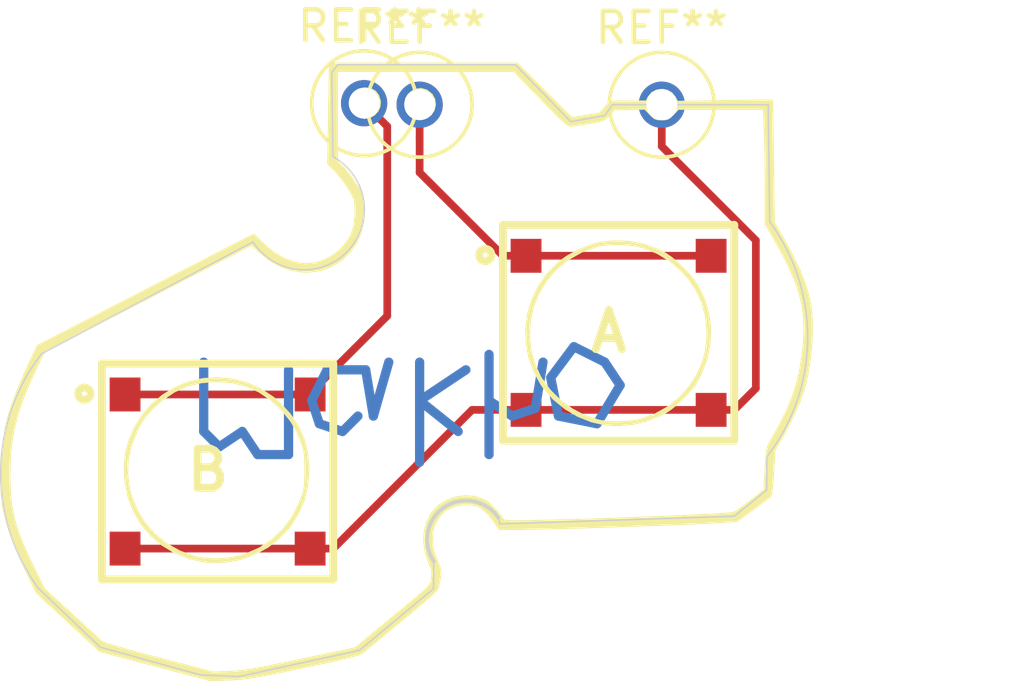
<source format=kicad_pcb>
(kicad_pcb (version 20171130) (host pcbnew "(5.1.5)-2")

  (general
    (thickness 1.6)
    (drawings 23)
    (tracks 22)
    (zones 0)
    (modules 7)
    (nets 1)
  )

  (page A4)
  (layers
    (0 F.Cu signal)
    (31 B.Cu signal)
    (32 B.Adhes user)
    (33 F.Adhes user)
    (34 B.Paste user)
    (35 F.Paste user)
    (36 B.SilkS user)
    (37 F.SilkS user)
    (38 B.Mask user)
    (39 F.Mask user)
    (40 Dwgs.User user)
    (41 Cmts.User user)
    (42 Eco1.User user)
    (43 Eco2.User user)
    (44 Edge.Cuts user)
    (45 Margin user)
    (46 B.CrtYd user)
    (47 F.CrtYd user)
    (48 B.Fab user)
    (49 F.Fab user)
  )

  (setup
    (last_trace_width 0.25)
    (trace_clearance 0.2)
    (zone_clearance 0.508)
    (zone_45_only no)
    (trace_min 0.2)
    (via_size 0.8)
    (via_drill 0.4)
    (via_min_size 0.4)
    (via_min_drill 0.3)
    (uvia_size 0.3)
    (uvia_drill 0.1)
    (uvias_allowed no)
    (uvia_min_size 0.2)
    (uvia_min_drill 0.1)
    (edge_width 0.05)
    (segment_width 0.2)
    (pcb_text_width 0.3)
    (pcb_text_size 1.5 1.5)
    (mod_edge_width 0.12)
    (mod_text_size 1 1)
    (mod_text_width 0.15)
    (pad_size 1.4 1.4)
    (pad_drill 0)
    (pad_to_mask_clearance 0.051)
    (solder_mask_min_width 0.25)
    (aux_axis_origin 0 0)
    (visible_elements 7FFFFFFF)
    (pcbplotparams
      (layerselection 0x010f0_ffffffff)
      (usegerberextensions true)
      (usegerberattributes false)
      (usegerberadvancedattributes false)
      (creategerberjobfile false)
      (excludeedgelayer true)
      (linewidth 0.150000)
      (plotframeref false)
      (viasonmask false)
      (mode 1)
      (useauxorigin false)
      (hpglpennumber 1)
      (hpglpenspeed 20)
      (hpglpendiameter 15.000000)
      (psnegative false)
      (psa4output false)
      (plotreference true)
      (plotvalue true)
      (plotinvisibletext false)
      (padsonsilk false)
      (subtractmaskfromsilk false)
      (outputformat 1)
      (mirror false)
      (drillshape 0)
      (scaleselection 1)
      (outputdirectory "gerbers/"))
  )

  (net 0 "")

  (net_class Default "This is the default net class."
    (clearance 0.2)
    (trace_width 0.25)
    (via_dia 0.8)
    (via_drill 0.4)
    (uvia_dia 0.3)
    (uvia_drill 0.1)
  )

  (module misc_footprints:makho (layer B.Cu) (tedit 5CEA0DD7) (tstamp 5E290EAD)
    (at 182.9 90.75)
    (fp_text reference REF** (at -3 -4) (layer B.SilkS) hide
      (effects (font (size 1 1) (thickness 0.15)) (justify mirror))
    )
    (fp_text value makho (at 0 3.25) (layer B.Fab)
      (effects (font (size 1 1) (thickness 0.15)) (justify mirror))
    )
    (fp_line (start 7 -0.5) (end 6.25 0.75) (layer B.Cu) (width 0.3))
    (fp_line (start 6.5 -1.25) (end 7 -0.5) (layer B.Cu) (width 0.3))
    (fp_line (start 5.5 -1.75) (end 6.5 -1.25) (layer B.Cu) (width 0.3))
    (fp_line (start 4.75 -0.75) (end 5.5 -1.75) (layer B.Cu) (width 0.3))
    (fp_line (start 5 0.5) (end 4.75 -0.75) (layer B.Cu) (width 0.3))
    (fp_line (start 6.25 0.75) (end 5 0.5) (layer B.Cu) (width 0.3))
    (fp_line (start 4.25 0.25) (end 4.5 -1.25) (layer B.Cu) (width 0.3))
    (fp_line (start 3.5 0.5) (end 4.25 0.25) (layer B.Cu) (width 0.3))
    (fp_line (start 2.75 0) (end 3.5 0.5) (layer B.Cu) (width 0.3))
    (fp_line (start 2.75 1.75) (end 2.75 -1.5) (layer B.Cu) (width 0.3))
    (fp_line (start 0.5 0) (end 2 -1) (layer B.Cu) (width 0.3))
    (fp_line (start 1.75 1) (end 0.5 0) (layer B.Cu) (width 0.3))
    (fp_line (start 0.5 2) (end 0.5 -1.25) (layer B.Cu) (width 0.3))
    (fp_line (start -1 0.5) (end -0.5 -1.25) (layer B.Cu) (width 0.3))
    (fp_line (start -1.25 -1) (end -1 0.5) (layer B.Cu) (width 0.3))
    (fp_line (start -2.5 -1) (end -1.25 -1) (layer B.Cu) (width 0.3))
    (fp_line (start -3 0) (end -2.5 -1) (layer B.Cu) (width 0.3))
    (fp_line (start -2.75 0.75) (end -3 0) (layer B.Cu) (width 0.3))
    (fp_line (start -2 1) (end -2.75 0.75) (layer B.Cu) (width 0.3))
    (fp_line (start -1.5 0.5) (end -2 1) (layer B.Cu) (width 0.3))
    (fp_line (start -3.75 1.75) (end -3.75 -1) (layer B.Cu) (width 0.3))
    (fp_line (start -4.75 1.75) (end -3.75 1.75) (layer B.Cu) (width 0.3))
    (fp_line (start -5.25 1) (end -4.75 1.75) (layer B.Cu) (width 0.3))
    (fp_line (start -6 1.5) (end -5.25 1) (layer B.Cu) (width 0.3))
    (fp_line (start -6.5 1) (end -6 1.5) (layer B.Cu) (width 0.3))
    (fp_line (start -6.5 -1.25) (end -6.5 1) (layer B.Cu) (width 0.3))
    (fp_line (start -7.5 -2.5) (end 7.5 -2.5) (layer Dwgs.User) (width 0.15))
    (fp_line (start 7.5 -2.5) (end 7.5 2.5) (layer Dwgs.User) (width 0.15))
    (fp_line (start -7.5 2.5) (end 7.5 2.5) (layer Dwgs.User) (width 0.15))
    (fp_line (start -7.5 2.5) (end -7.5 -2.5) (layer Dwgs.User) (width 0.15))
  )

  (module TestPoint:TestPoint_Plated_Hole_D2.0mm (layer F.Cu) (tedit 5E2903BC) (tstamp 5E295A36)
    (at 183.4 81.15)
    (descr "Plated Hole as test Point, diameter 2.0mm")
    (tags "test point plated hole")
    (attr virtual)
    (fp_text reference REF** (at 0 -2.498) (layer F.SilkS)
      (effects (font (size 1 1) (thickness 0.15)))
    )
    (fp_text value TestPoint_Plated_Hole_D2.0mm (at 0 2.45) (layer F.Fab)
      (effects (font (size 1 1) (thickness 0.15)))
    )
    (fp_text user %R (at 0 -2.5) (layer F.Fab)
      (effects (font (size 1 1) (thickness 0.15)))
    )
    (fp_circle (center 0 0) (end 1.8 0) (layer F.CrtYd) (width 0.05))
    (fp_circle (center 0 0) (end 0 -1.7) (layer F.SilkS) (width 0.12))
    (pad 1 thru_hole circle (at 0 0) (size 1.5 1.5) (drill 1) (layers *.Cu *.Mask))
  )

  (module TestPoint:TestPoint_Plated_Hole_D2.0mm (layer F.Cu) (tedit 5E2903BC) (tstamp 5E295A36)
    (at 181.6 81.1)
    (descr "Plated Hole as test Point, diameter 2.0mm")
    (tags "test point plated hole")
    (attr virtual)
    (fp_text reference REF** (at 0 -2.498) (layer F.SilkS)
      (effects (font (size 1 1) (thickness 0.15)))
    )
    (fp_text value TestPoint_Plated_Hole_D2.0mm (at 0 2.45) (layer F.Fab)
      (effects (font (size 1 1) (thickness 0.15)))
    )
    (fp_text user %R (at 0 -2.5) (layer F.Fab)
      (effects (font (size 1 1) (thickness 0.15)))
    )
    (fp_circle (center 0 0) (end 1.8 0) (layer F.CrtYd) (width 0.05))
    (fp_circle (center 0 0) (end 0 -1.7) (layer F.SilkS) (width 0.12))
    (pad 1 thru_hole circle (at 0 0) (size 1.5 1.5) (drill 1) (layers *.Cu *.Mask))
  )

  (module TestPoint:TestPoint_Plated_Hole_D2.0mm (layer F.Cu) (tedit 5E2903BC) (tstamp 5E295A36)
    (at 191.25 81.15)
    (descr "Plated Hole as test Point, diameter 2.0mm")
    (tags "test point plated hole")
    (attr virtual)
    (fp_text reference REF** (at 0 -2.498) (layer F.SilkS)
      (effects (font (size 1 1) (thickness 0.15)))
    )
    (fp_text value TestPoint_Plated_Hole_D2.0mm (at 0 2.45) (layer F.Fab)
      (effects (font (size 1 1) (thickness 0.15)))
    )
    (fp_text user %R (at 0 -2.5) (layer F.Fab)
      (effects (font (size 1 1) (thickness 0.15)))
    )
    (fp_circle (center 0 0) (end 1.8 0) (layer F.CrtYd) (width 0.05))
    (fp_circle (center 0 0) (end 0 -1.7) (layer F.SilkS) (width 0.12))
    (pad 1 thru_hole circle (at 0 0) (size 1.5 1.5) (drill 1) (layers *.Cu *.Mask))
  )

  (module misc_footprints:GBA_SP_Buttons (layer F.Cu) (tedit 5E290997) (tstamp 5E295FC3)
    (at 189.85 88.55)
    (descr SKRR)
    (tags Switch)
    (attr smd)
    (fp_text reference A (at -0.315 -0.046) (layer F.SilkS)
      (effects (font (size 1.27 1.27) (thickness 0.254)))
    )
    (fp_text value GBA_SP_Buttons (at -0.315 -0.046) (layer F.SilkS) hide
      (effects (font (size 1.27 1.27) (thickness 0.254)))
    )
    (fp_circle (center -4.321 -2.524) (end -4.321 -2.45095) (layer F.SilkS) (width 0.254))
    (fp_line (start 3.75 -3.5) (end -3.75 -3.5) (layer F.SilkS) (width 0.254))
    (fp_line (start 3.75 3.5) (end 3.75 -3.5) (layer F.SilkS) (width 0.254))
    (fp_line (start -3.75 3.5) (end 3.75 3.5) (layer F.SilkS) (width 0.254))
    (fp_line (start -3.75 -3.5) (end -3.75 3.5) (layer F.SilkS) (width 0.254))
    (fp_line (start -3.75 3.5) (end -3.75 -3.5) (layer F.Fab) (width 0.254))
    (fp_line (start 3.75 3.5) (end -3.75 3.5) (layer F.Fab) (width 0.254))
    (fp_line (start 3.75 -3.5) (end 3.75 3.5) (layer F.Fab) (width 0.254))
    (fp_line (start -3.75 -3.5) (end 3.75 -3.5) (layer F.Fab) (width 0.254))
    (fp_text user %R (at -0.315 -0.046) (layer F.Fab)
      (effects (font (size 1.27 1.27) (thickness 0.254)))
    )
    (fp_text user SKRRAAE010 (at -0.075 4.4) (layer Dwgs.User)
      (effects (font (size 1 1) (thickness 0.15)))
    )
    (pad 4 smd rect (at 3 2.5) (size 1 1.1) (layers F.Cu F.Paste F.Mask))
    (pad 3 smd rect (at 3 -2.5) (size 1 1.1) (layers F.Cu F.Paste F.Mask))
    (pad 2 smd rect (at -3 2.5) (size 1 1.1) (layers F.Cu F.Paste F.Mask))
    (pad 1 smd rect (at -3 -2.5) (size 1 1.1) (layers F.Cu F.Paste F.Mask))
    (model "C:\\Users\\kylef\\OneDrive\\KiCAD\\Library Loader\\SamacSys_Parts.3dshapes\\SKRRAAE010.stp"
      (at (xyz 0 0 0))
      (scale (xyz 1 1 1))
      (rotate (xyz 0 0 0))
    )
  )

  (module misc_footprints:GBA_SP_Buttons (layer F.Cu) (tedit 5E290997) (tstamp 5E295FC3)
    (at 176.85 93.05)
    (descr SKRR)
    (tags Switch)
    (attr smd)
    (fp_text reference B (at -0.315 -0.046) (layer F.SilkS)
      (effects (font (size 1.27 1.27) (thickness 0.254)))
    )
    (fp_text value GBA_SP_Buttons (at -0.315 -0.046) (layer F.SilkS) hide
      (effects (font (size 1.27 1.27) (thickness 0.254)))
    )
    (fp_circle (center -4.321 -2.524) (end -4.321 -2.45095) (layer F.SilkS) (width 0.254))
    (fp_line (start 3.75 -3.5) (end -3.75 -3.5) (layer F.SilkS) (width 0.254))
    (fp_line (start 3.75 3.5) (end 3.75 -3.5) (layer F.SilkS) (width 0.254))
    (fp_line (start -3.75 3.5) (end 3.75 3.5) (layer F.SilkS) (width 0.254))
    (fp_line (start -3.75 -3.5) (end -3.75 3.5) (layer F.SilkS) (width 0.254))
    (fp_line (start -3.75 3.5) (end -3.75 -3.5) (layer F.Fab) (width 0.254))
    (fp_line (start 3.75 3.5) (end -3.75 3.5) (layer F.Fab) (width 0.254))
    (fp_line (start 3.75 -3.5) (end 3.75 3.5) (layer F.Fab) (width 0.254))
    (fp_line (start -3.75 -3.5) (end 3.75 -3.5) (layer F.Fab) (width 0.254))
    (fp_text user %R (at -0.315 -0.046) (layer F.Fab)
      (effects (font (size 1.27 1.27) (thickness 0.254)))
    )
    (fp_text user SKRRAAE010 (at -0.075 4.4) (layer Dwgs.User)
      (effects (font (size 1 1) (thickness 0.15)))
    )
    (pad 4 smd rect (at 3 2.5) (size 1 1.1) (layers F.Cu F.Paste F.Mask))
    (pad 3 smd rect (at 3 -2.5) (size 1 1.1) (layers F.Cu F.Paste F.Mask))
    (pad 2 smd rect (at -3 2.5) (size 1 1.1) (layers F.Cu F.Paste F.Mask))
    (pad 1 smd rect (at -3 -2.5) (size 1 1.1) (layers F.Cu F.Paste F.Mask))
    (model "C:\\Users\\kylef\\OneDrive\\KiCAD\\Library Loader\\SamacSys_Parts.3dshapes\\SKRRAAE010.stp"
      (at (xyz 0 0 0))
      (scale (xyz 1 1 1))
      (rotate (xyz 0 0 0))
    )
  )

  (module misc_footprints:AGB_TACT_AB (layer F.Cu) (tedit 5E2901F1) (tstamp 5E295897)
    (at 182.95 89.65)
    (fp_text reference Ref** (at -8.975 -5.4) (layer F.SilkS) hide
      (effects (font (size 1.27 1.27) (thickness 0.15)))
    )
    (fp_text value Val** (at 7.525 -10.75) (layer F.SilkS) hide
      (effects (font (size 1.27 1.27) (thickness 0.15)))
    )
    (fp_poly (pts (xy 4.508139 -8.980295) (xy 5.3975 -8.096924) (xy 5.83916 -8.169145) (xy 6.280821 -8.241365)
      (xy 6.625167 -8.636689) (xy 7.206163 -8.636344) (xy 7.787159 -8.636) (xy 7.807809 -8.675933)
      (xy 8.001 -8.675933) (xy 8.039746 -8.656252) (xy 8.141714 -8.64199) (xy 8.285497 -8.636032)
      (xy 8.297333 -8.636) (xy 8.443382 -8.641221) (xy 8.549217 -8.654962) (xy 8.593431 -8.674338)
      (xy 8.593667 -8.675933) (xy 8.557455 -8.736864) (xy 8.46963 -8.797264) (xy 8.361403 -8.839045)
      (xy 8.297333 -8.847666) (xy 8.192194 -8.826681) (xy 8.087971 -8.775784) (xy 8.015876 -8.713063)
      (xy 8.001 -8.675933) (xy 7.807809 -8.675933) (xy 7.852463 -8.762283) (xy 7.967898 -8.903452)
      (xy 8.124572 -8.987101) (xy 8.301738 -9.013384) (xy 8.47865 -8.982453) (xy 8.63456 -8.894463)
      (xy 8.74562 -8.755676) (xy 8.814341 -8.622786) (xy 10.355004 -8.647775) (xy 10.706927 -8.653275)
      (xy 11.030863 -8.657935) (xy 11.317379 -8.661652) (xy 11.557043 -8.664319) (xy 11.740421 -8.665833)
      (xy 11.858081 -8.666088) (xy 11.90059 -8.664979) (xy 11.900601 -8.664965) (xy 11.90219 -8.622405)
      (xy 11.904817 -8.503495) (xy 11.908342 -8.316545) (xy 11.912625 -8.069864) (xy 11.917525 -7.771761)
      (xy 11.922903 -7.430545) (xy 11.928619 -7.054526) (xy 11.934307 -6.6675) (xy 11.963078 -4.677833)
      (xy 12.187674 -4.298006) (xy 12.520391 -3.70133) (xy 12.784692 -3.15205) (xy 12.981228 -2.648596)
      (xy 13.110653 -2.189398) (xy 13.149298 -1.983152) (xy 13.189254 -1.573837) (xy 13.195349 -1.11249)
      (xy 13.169801 -0.623676) (xy 13.114828 -0.131957) (xy 13.032649 0.338105) (xy 12.925483 0.761944)
      (xy 12.891869 0.867301) (xy 12.782659 1.15709) (xy 12.637321 1.49101) (xy 12.46784 1.843524)
      (xy 12.2862 2.189095) (xy 12.198987 2.343668) (xy 11.981856 2.718837) (xy 11.938358 3.443226)
      (xy 11.916887 3.750211) (xy 11.893928 3.983237) (xy 11.869908 4.138867) (xy 11.845253 4.213667)
      (xy 11.842347 4.216977) (xy 11.791026 4.258372) (xy 11.684612 4.339542) (xy 11.536472 4.450443)
      (xy 11.35997 4.581031) (xy 11.268137 4.648462) (xy 10.74644 5.030585) (xy 10.400303 5.055273)
      (xy 10.16243 5.070267) (xy 9.85027 5.086875) (xy 9.47418 5.104744) (xy 9.044517 5.12352)
      (xy 8.571638 5.142852) (xy 8.0659 5.162388) (xy 7.53766 5.181773) (xy 6.997275 5.200656)
      (xy 6.455102 5.218685) (xy 5.921498 5.235506) (xy 5.40682 5.250768) (xy 4.921425 5.264117)
      (xy 4.47567 5.275201) (xy 4.079911 5.283667) (xy 3.744507 5.289163) (xy 3.479813 5.291337)
      (xy 3.465163 5.291355) (xy 3.014493 5.291667) (xy 2.88532 5.090584) (xy 2.745121 4.899559)
      (xy 2.588134 4.729422) (xy 2.433644 4.599052) (xy 2.314994 4.532187) (xy 2.14775 4.496664)
      (xy 1.938275 4.490183) (xy 1.72351 4.511788) (xy 1.563979 4.551664) (xy 1.312884 4.674824)
      (xy 1.122026 4.850894) (xy 0.994931 5.054843) (xy 0.931938 5.201652) (xy 0.897792 5.340309)
      (xy 0.885038 5.508102) (xy 0.884315 5.608065) (xy 0.891074 5.791063) (xy 0.914559 5.943483)
      (xy 0.962872 6.101572) (xy 1.034193 6.278454) (xy 1.106624 6.455635) (xy 1.146815 6.580629)
      (xy 1.159914 6.67721) (xy 1.151071 6.769153) (xy 1.145971 6.7945) (xy 1.113961 6.951516)
      (xy 1.084779 7.107077) (xy 1.082597 7.119553) (xy 1.071092 7.164046) (xy 1.04792 7.211536)
      (xy 1.006734 7.267973) (xy 0.941188 7.339304) (xy 0.844933 7.431478) (xy 0.711622 7.550443)
      (xy 0.534909 7.702148) (xy 0.308446 7.892541) (xy 0.025886 8.12757) (xy -0.13705 8.262553)
      (xy -0.413351 8.491189) (xy -0.67204 8.705097) (xy -0.905143 8.897692) (xy -1.104682 9.062394)
      (xy -1.262685 9.192619) (xy -1.371175 9.281784) (xy -1.421504 9.322771) (xy -1.489796 9.351834)
      (xy -1.639139 9.395709) (xy -1.86732 9.453866) (xy -2.172125 9.525776) (xy -2.55134 9.61091)
      (xy -3.00275 9.70874) (xy -3.307221 9.773289) (xy -3.749418 9.866038) (xy -4.118976 9.942555)
      (xy -4.426002 10.00452) (xy -4.680608 10.053616) (xy -4.892902 10.091521) (xy -5.072995 10.119919)
      (xy -5.230996 10.140489) (xy -5.377014 10.154913) (xy -5.521161 10.164871) (xy -5.673544 10.172045)
      (xy -5.715 10.173633) (xy -6.328833 10.196396) (xy -9.931659 9.249834) (xy -11.981701 7.35437)
      (xy -12.251587 6.799268) (xy -12.497601 6.275727) (xy -12.697425 5.810392) (xy -12.854765 5.393067)
      (xy -12.973327 5.013556) (xy -13.056816 4.661663) (xy -13.084108 4.5085) (xy -13.122907 4.151299)
      (xy -13.138004 3.736281) (xy -13.134637 3.526417) (xy -12.821165 3.526417) (xy -12.815741 3.806068)
      (xy -12.797357 4.159295) (xy -12.76242 4.484712) (xy -12.706714 4.796664) (xy -12.626025 5.109498)
      (xy -12.516137 5.43756) (xy -12.372835 5.795195) (xy -12.191904 6.196749) (xy -11.991474 6.611473)
      (xy -11.705167 7.190446) (xy -10.812939 8.008473) (xy -10.57883 8.222987) (xy -10.361476 8.421909)
      (xy -10.169743 8.597145) (xy -10.012496 8.7406) (xy -9.898601 8.844179) (xy -9.836924 8.899787)
      (xy -9.832816 8.903409) (xy -9.768176 8.934253) (xy -9.62562 8.98356) (xy -9.409564 9.050049)
      (xy -9.124425 9.132437) (xy -8.774617 9.229442) (xy -8.364558 9.339782) (xy -7.994545 9.437198)
      (xy -6.244167 9.894077) (xy -5.715 9.873433) (xy -5.571571 9.866159) (xy -5.427529 9.854637)
      (xy -5.273019 9.837181) (xy -5.098185 9.812106) (xy -4.893173 9.777727) (xy -4.648127 9.73236)
      (xy -4.353191 9.674319) (xy -3.998511 9.601919) (xy -3.574232 9.513474) (xy -3.41912 9.48087)
      (xy -1.652406 9.10895) (xy -0.840822 8.438559) (xy -0.473895 8.135655) (xy -0.166578 7.881928)
      (xy 0.086503 7.672279) (xy 0.29072 7.501608) (xy 0.451447 7.364818) (xy 0.574055 7.256809)
      (xy 0.663918 7.172482) (xy 0.726408 7.10674) (xy 0.766899 7.054482) (xy 0.790762 7.010611)
      (xy 0.803372 6.970028) (xy 0.8101 6.927635) (xy 0.81632 6.878331) (xy 0.818495 6.86389)
      (xy 0.834379 6.724086) (xy 0.825036 6.610925) (xy 0.784305 6.485379) (xy 0.743949 6.391684)
      (xy 0.622134 6.038774) (xy 0.569869 5.688788) (xy 0.584487 5.352107) (xy 0.66332 5.039112)
      (xy 0.803699 4.760185) (xy 1.002956 4.525706) (xy 1.258424 4.346058) (xy 1.271411 4.339322)
      (xy 1.591174 4.217461) (xy 1.918956 4.169713) (xy 2.23977 4.196187) (xy 2.538627 4.29699)
      (xy 2.600993 4.329745) (xy 2.717928 4.416228) (xy 2.858052 4.549112) (xy 2.998386 4.703827)
      (xy 3.115952 4.855803) (xy 3.16389 4.931644) (xy 3.178483 4.948257) (xy 3.206764 4.961581)
      (xy 3.256184 4.971704) (xy 3.334198 4.978717) (xy 3.448257 4.982709) (xy 3.605816 4.98377)
      (xy 3.814327 4.981988) (xy 4.081243 4.977454) (xy 4.414016 4.970256) (xy 4.820101 4.960485)
      (xy 5.062186 4.95443) (xy 5.507787 4.94243) (xy 5.975404 4.928434) (xy 6.457517 4.912768)
      (xy 6.946603 4.89576) (xy 7.435144 4.877736) (xy 7.915616 4.859023) (xy 8.3805 4.839948)
      (xy 8.822275 4.820838) (xy 9.233419 4.802021) (xy 9.606411 4.783822) (xy 9.933732 4.766569)
      (xy 10.207859 4.750588) (xy 10.421273 4.736207) (xy 10.566451 4.723753) (xy 10.635873 4.713552)
      (xy 10.639733 4.711987) (xy 10.745451 4.642334) (xy 10.884251 4.543392) (xy 11.041644 4.426423)
      (xy 11.203143 4.30269) (xy 11.354259 4.183456) (xy 11.480504 4.079983) (xy 11.567389 4.003534)
      (xy 11.600427 3.965372) (xy 11.600438 3.965164) (xy 11.603315 3.907509) (xy 11.610513 3.781322)
      (xy 11.621092 3.602576) (xy 11.634113 3.387242) (xy 11.641327 3.269525) (xy 11.657031 3.022442)
      (xy 11.671536 2.841871) (xy 11.688814 2.709814) (xy 11.712837 2.608274) (xy 11.747576 2.519255)
      (xy 11.797001 2.424758) (xy 11.846838 2.338192) (xy 12.124476 1.838472) (xy 12.348954 1.380547)
      (xy 12.526516 0.945886) (xy 12.66341 0.51596) (xy 12.765881 0.072236) (xy 12.840177 -0.403815)
      (xy 12.87328 -0.70688) (xy 12.899246 -1.133344) (xy 12.890831 -1.53545) (xy 12.844645 -1.925584)
      (xy 12.757299 -2.316133) (xy 12.625404 -2.719485) (xy 12.445571 -3.148025) (xy 12.21441 -3.614143)
      (xy 11.944003 -4.10335) (xy 11.641666 -4.629533) (xy 11.641525 -5.81785) (xy 11.640412 -6.171278)
      (xy 11.637355 -6.537092) (xy 11.632662 -6.894901) (xy 11.626636 -7.224312) (xy 11.619584 -7.504934)
      (xy 11.613731 -7.672916) (xy 11.586078 -8.339666) (xy 8.844275 -8.339666) (xy 8.683192 -8.170333)
      (xy 8.581116 -8.07105) (xy 8.495847 -8.020661) (xy 8.390196 -8.002845) (xy 8.297333 -8.001)
      (xy 8.161544 -8.006535) (xy 8.068551 -8.033852) (xy 7.982193 -8.099012) (xy 7.908049 -8.173934)
      (xy 7.772367 -8.316565) (xy 8.023218 -8.316565) (xy 8.037913 -8.285451) (xy 8.0645 -8.255)
      (xy 8.184329 -8.184493) (xy 8.297333 -8.170333) (xy 8.454899 -8.200697) (xy 8.530167 -8.255)
      (xy 8.56611 -8.298447) (xy 8.566833 -8.323709) (xy 8.518779 -8.335717) (xy 8.408391 -8.339401)
      (xy 8.297333 -8.339666) (xy 8.139371 -8.338743) (xy 8.052519 -8.332686) (xy 8.023218 -8.316565)
      (xy 7.772367 -8.316565) (xy 7.743541 -8.346867) (xy 7.255299 -8.332684) (xy 6.767057 -8.3185)
      (xy 6.600156 -8.139466) (xy 6.526687 -8.063367) (xy 6.46114 -8.009623) (xy 6.384825 -7.970833)
      (xy 6.279049 -7.939598) (xy 6.125121 -7.908518) (xy 5.931841 -7.874883) (xy 5.725384 -7.841148)
      (xy 5.540667 -7.813683) (xy 5.398688 -7.795438) (xy 5.323248 -7.789333) (xy 5.278463 -7.802069)
      (xy 5.212411 -7.843979) (xy 5.119071 -7.920619) (xy 4.992419 -8.037542) (xy 4.826432 -8.200305)
      (xy 4.615088 -8.414461) (xy 4.359332 -8.678333) (xy 3.502595 -9.567333) (xy -2.201333 -9.567333)
      (xy -2.201333 -6.662174) (xy -2.070646 -6.537837) (xy -1.93131 -6.38891) (xy -1.780303 -6.201569)
      (xy -1.637341 -6.002689) (xy -1.522139 -5.819146) (xy -1.471788 -5.721482) (xy -1.381358 -5.4351)
      (xy -1.340348 -5.102582) (xy -1.351527 -4.748445) (xy -1.356793 -4.703401) (xy -1.445291 -4.319843)
      (xy -1.603673 -3.973968) (xy -1.823439 -3.672807) (xy -2.096085 -3.423394) (xy -2.41311 -3.232759)
      (xy -2.766012 -3.107934) (xy -3.146289 -3.055952) (xy -3.344333 -3.059495) (xy -3.725674 -3.118445)
      (xy -4.082747 -3.243982) (xy -4.427471 -3.441695) (xy -4.771768 -3.717172) (xy -4.797249 -3.740516)
      (xy -5.001331 -3.929041) (xy -8.353249 -2.20051) (xy -11.705167 -0.471978) (xy -11.927357 -0.013739)
      (xy -12.190383 0.554905) (xy -12.402008 1.075547) (xy -12.566006 1.564407) (xy -12.686148 2.037703)
      (xy -12.766207 2.511658) (xy -12.809955 3.002489) (xy -12.821165 3.526417) (xy -13.134637 3.526417)
      (xy -13.130787 3.286489) (xy -13.102643 2.82497) (xy -13.054962 2.37477) (xy -12.98913 1.958932)
      (xy -12.909582 1.611412) (xy -12.825766 1.343218) (xy -12.709021 1.019304) (xy -12.56678 0.658374)
      (xy -12.406481 0.279134) (xy -12.235558 -0.09971) (xy -12.195734 -0.18438) (xy -11.951941 -0.6985)
      (xy -4.923601 -4.318844) (xy -4.610217 -4.011505) (xy -4.275699 -3.728187) (xy -3.933265 -3.523674)
      (xy -3.587786 -3.398356) (xy -3.244136 -3.352624) (xy -2.907186 -3.386867) (xy -2.58181 -3.501475)
      (xy -2.272879 -3.69684) (xy -2.138028 -3.81356) (xy -1.928958 -4.042962) (xy -1.786171 -4.281538)
      (xy -1.699952 -4.551252) (xy -1.660587 -4.874065) (xy -1.659514 -4.895357) (xy -1.656187 -5.11861)
      (xy -1.667205 -5.305954) (xy -1.690773 -5.432075) (xy -1.770391 -5.608921) (xy -1.899484 -5.821432)
      (xy -2.064105 -6.049179) (xy -2.250309 -6.271735) (xy -2.302992 -6.328833) (xy -2.542776 -6.582833)
      (xy -2.513527 -8.22325) (xy -2.484278 -9.863666) (xy 0.56725 -9.863666) (xy 3.618778 -9.863667)
      (xy 4.508139 -8.980295)) (layer F.SilkS) (width 0.01))
    (fp_poly (pts (xy -5.604875 0.390731) (xy -5.137651 0.513926) (xy -4.695372 0.709935) (xy -4.288811 0.976354)
      (xy -4.095536 1.141503) (xy -3.747137 1.513821) (xy -3.479242 1.907433) (xy -3.288982 2.328879)
      (xy -3.173489 2.784698) (xy -3.129896 3.281427) (xy -3.12936 3.344334) (xy -3.16507 3.850415)
      (xy -3.274852 4.31928) (xy -3.461769 4.759819) (xy -3.728884 5.180924) (xy -3.789034 5.25957)
      (xy -4.097954 5.58696) (xy -4.46509 5.865304) (xy -4.876098 6.088929) (xy -5.316635 6.252163)
      (xy -5.772357 6.34933) (xy -6.228922 6.374759) (xy -6.538853 6.347219) (xy -7.041415 6.230459)
      (xy -7.502449 6.044068) (xy -7.916831 5.79365) (xy -8.279435 5.484809) (xy -8.585137 5.12315)
      (xy -8.828812 4.714278) (xy -9.005335 4.263796) (xy -9.109582 3.77731) (xy -9.133644 3.509551)
      (xy -9.133554 3.475716) (xy -9.006137 3.475716) (xy -8.943746 3.946457) (xy -8.87023 4.220895)
      (xy -8.68517 4.670165) (xy -8.430664 5.076027) (xy -8.113373 5.432172) (xy -7.739955 5.732294)
      (xy -7.317072 5.970084) (xy -6.851382 6.139234) (xy -6.842224 6.141726) (xy -6.495075 6.203521)
      (xy -6.108841 6.218072) (xy -5.713763 6.186738) (xy -5.340079 6.110882) (xy -5.202015 6.067906)
      (xy -4.745638 5.865905) (xy -4.341138 5.597805) (xy -3.991497 5.266629) (xy -3.699699 4.875399)
      (xy -3.468725 4.427137) (xy -3.395742 4.237413) (xy -3.347409 4.090298) (xy -3.314989 3.959449)
      (xy -3.295361 3.820972) (xy -3.285402 3.650974) (xy -3.281991 3.425559) (xy -3.281808 3.3655)
      (xy -3.283762 3.117411) (xy -3.292456 2.930325) (xy -3.310614 2.780673) (xy -3.340961 2.644886)
      (xy -3.379683 2.518834) (xy -3.535439 2.127644) (xy -3.729095 1.789105) (xy -3.977869 1.473766)
      (xy -4.01366 1.434555) (xy -4.378823 1.090636) (xy -4.765412 0.827229) (xy -5.179722 0.641541)
      (xy -5.628048 0.53078) (xy -6.116683 0.492154) (xy -6.138333 0.492068) (xy -6.625954 0.528647)
      (xy -7.077877 0.640751) (xy -7.498637 0.830275) (xy -7.892767 1.09911) (xy -8.153111 1.333378)
      (xy -8.329709 1.516916) (xy -8.461905 1.677803) (xy -8.57154 1.846113) (xy -8.680458 2.051919)
      (xy -8.691923 2.075253) (xy -8.880559 2.544126) (xy -8.985186 3.009609) (xy -9.006137 3.475716)
      (xy -9.133554 3.475716) (xy -9.132556 3.102) (xy -9.08287 2.731909) (xy -8.978349 2.369531)
      (xy -8.814979 1.989667) (xy -8.570443 1.58285) (xy -8.25874 1.219184) (xy -7.890033 0.907344)
      (xy -7.474482 0.655999) (xy -7.0485 0.48209) (xy -6.571072 0.372408) (xy -6.086273 0.342756)
      (xy -5.604875 0.390731)) (layer F.SilkS) (width 0.01))
    (fp_poly (pts (xy 7.275642 -4.07584) (xy 7.755505 -3.977202) (xy 8.20941 -3.807156) (xy 8.424025 -3.694666)
      (xy 8.652741 -3.53712) (xy 8.897595 -3.327519) (xy 9.135575 -3.088876) (xy 9.343665 -2.844208)
      (xy 9.494333 -2.624358) (xy 9.708723 -2.173829) (xy 9.843977 -1.701097) (xy 9.899834 -1.214738)
      (xy 9.876033 -0.723324) (xy 9.772315 -0.235428) (xy 9.588418 0.240375) (xy 9.58184 0.254)
      (xy 9.48519 0.443097) (xy 9.39217 0.596404) (xy 9.284966 0.737981) (xy 9.145761 0.891885)
      (xy 9.000695 1.038752) (xy 8.805094 1.225832) (xy 8.639667 1.365459) (xy 8.480666 1.475453)
      (xy 8.304343 1.573634) (xy 8.255 1.59831) (xy 7.801856 1.779068) (xy 7.327715 1.889891)
      (xy 6.85113 1.927582) (xy 6.483826 1.903378) (xy 6.018702 1.799189) (xy 5.570893 1.619509)
      (xy 5.153744 1.372663) (xy 4.780602 1.066973) (xy 4.46481 0.710764) (xy 4.380839 0.591673)
      (xy 4.13997 0.156468) (xy 3.976648 -0.300554) (xy 3.889551 -0.770427) (xy 3.883549 -1.003524)
      (xy 4.02267 -1.003524) (xy 4.070871 -0.539632) (xy 4.191895 -0.092373) (xy 4.385296 0.324919)
      (xy 4.410261 0.367245) (xy 4.683148 0.743129) (xy 5.017077 1.075902) (xy 5.398143 1.355655)
      (xy 5.812441 1.572477) (xy 6.246065 1.716456) (xy 6.328833 1.734628) (xy 6.584112 1.766458)
      (xy 6.884786 1.77377) (xy 7.195556 1.757682) (xy 7.481127 1.719314) (xy 7.594198 1.694519)
      (xy 8.049327 1.535297) (xy 8.469705 1.302491) (xy 8.84662 1.003081) (xy 9.171362 0.644045)
      (xy 9.43522 0.232363) (xy 9.44676 0.210325) (xy 9.606009 -0.152156) (xy 9.704589 -0.518154)
      (xy 9.748578 -0.914619) (xy 9.751879 -1.143) (xy 9.70785 -1.627722) (xy 9.587529 -2.078364)
      (xy 9.389264 -2.498796) (xy 9.111401 -2.892887) (xy 8.909931 -3.114135) (xy 8.55106 -3.422982)
      (xy 8.149359 -3.665226) (xy 7.711721 -3.84213) (xy 7.411043 -3.91264) (xy 7.065492 -3.949824)
      (xy 6.708389 -3.952821) (xy 6.373055 -3.920771) (xy 6.18543 -3.881518) (xy 5.71606 -3.712697)
      (xy 5.28917 -3.472497) (xy 4.911022 -3.166016) (xy 4.587879 -2.798358) (xy 4.326005 -2.374622)
      (xy 4.319436 -2.361644) (xy 4.146508 -1.927865) (xy 4.047734 -1.470714) (xy 4.02267 -1.003524)
      (xy 3.883549 -1.003524) (xy 3.877352 -1.244182) (xy 3.93873 -1.712853) (xy 4.072358 -2.167472)
      (xy 4.276915 -2.599072) (xy 4.551074 -2.998685) (xy 4.893514 -3.357345) (xy 4.974167 -3.426779)
      (xy 5.221009 -3.60135) (xy 5.521979 -3.766937) (xy 5.846695 -3.909378) (xy 6.164776 -4.014515)
      (xy 6.306092 -4.047555) (xy 6.786835 -4.100236) (xy 7.275642 -4.07584)) (layer F.SilkS) (width 0.01))
    (fp_poly (pts (xy 0.695721 -8.98167) (xy 0.857565 -8.851925) (xy 0.866448 -8.841593) (xy 0.95448 -8.677107)
      (xy 0.97376 -8.493595) (xy 0.929294 -8.313597) (xy 0.82609 -8.159652) (xy 0.693962 -8.065184)
      (xy 0.50755 -8.00775) (xy 0.330759 -8.026007) (xy 0.23066 -8.066678) (xy 0.083158 -8.18225)
      (xy -0.009834 -8.342839) (xy -0.038701 -8.499895) (xy 0.124632 -8.499895) (xy 0.171483 -8.35752)
      (xy 0.291196 -8.237653) (xy 0.3175 -8.221464) (xy 0.42457 -8.177729) (xy 0.527936 -8.186834)
      (xy 0.631972 -8.232267) (xy 0.752261 -8.334379) (xy 0.807199 -8.468183) (xy 0.797682 -8.612646)
      (xy 0.724608 -8.746739) (xy 0.606033 -8.840752) (xy 0.489764 -8.88411) (xy 0.387298 -8.868898)
      (xy 0.268693 -8.789934) (xy 0.257248 -8.780403) (xy 0.152576 -8.646836) (xy 0.124632 -8.499895)
      (xy -0.038701 -8.499895) (xy -0.043424 -8.525588) (xy -0.012723 -8.707638) (xy 0.064885 -8.841593)
      (xy 0.177082 -8.941164) (xy 0.306976 -9.013241) (xy 0.318885 -9.017457) (xy 0.510348 -9.038714)
      (xy 0.695721 -8.98167)) (layer F.SilkS) (width 0.01))
    (fp_poly (pts (xy -1.11656 -9.031473) (xy -0.967533 -8.943053) (xy -0.867592 -8.804866) (xy -0.809051 -8.615291)
      (xy -0.822418 -8.435985) (xy -0.894976 -8.278289) (xy -1.014007 -8.153543) (xy -1.166797 -8.073087)
      (xy -1.340627 -8.048262) (xy -1.522781 -8.09041) (xy -1.61299 -8.140131) (xy -1.752905 -8.276727)
      (xy -1.824666 -8.438992) (xy -1.827726 -8.498053) (xy -1.664358 -8.498053) (xy -1.652022 -8.448188)
      (xy -1.56764 -8.323673) (xy -1.440909 -8.242945) (xy -1.29797 -8.215245) (xy -1.164965 -8.249817)
      (xy -1.139332 -8.26693) (xy -1.039937 -8.383525) (xy -0.980727 -8.530399) (xy -0.973667 -8.592808)
      (xy -1.011484 -8.715601) (xy -1.109595 -8.81255) (xy -1.244985 -8.872926) (xy -1.394641 -8.886003)
      (xy -1.52233 -8.84856) (xy -1.604568 -8.763548) (xy -1.656025 -8.634009) (xy -1.664358 -8.498053)
      (xy -1.827726 -8.498053) (xy -1.833552 -8.61045) (xy -1.784841 -8.774626) (xy -1.683811 -8.915045)
      (xy -1.535741 -9.01523) (xy -1.345908 -9.058706) (xy -1.318505 -9.059333) (xy -1.11656 -9.031473)) (layer F.SilkS) (width 0.01))
  )

  (gr_line (start 180.590393 82.835166) (end 180.55 80.1) (layer Edge.Cuts) (width 0.05))
  (gr_line (start 173.05 98.75) (end 171.05 96.85) (layer Edge.Cuts) (width 0.05))
  (gr_line (start 176.3 99.65) (end 173.05 98.75) (layer Edge.Cuts) (width 0.05))
  (gr_line (start 188.3 81.7) (end 189.4 81.5) (layer Edge.Cuts) (width 0.05))
  (gr_line (start 180.75 79.85) (end 186.5 79.85) (layer Edge.Cuts) (width 0.05))
  (gr_line (start 177.55 99.7) (end 176.3 99.65) (layer Edge.Cuts) (width 0.05))
  (gr_line (start 186.5 79.85) (end 188.3 81.7) (layer Edge.Cuts) (width 0.05))
  (gr_line (start 180.55 80.1) (end 180.75 79.85) (layer Edge.Cuts) (width 0.05))
  (gr_arc (start 179.65 84.55) (end 178.000001 85.599999) (angle -208.7890124) (layer Edge.Cuts) (width 0.05))
  (gr_line (start 171.142022 89.23184) (end 178 85.6) (layer Edge.Cuts) (width 0.05))
  (gr_arc (start 176.147365 93.101937) (end 171.142022 89.23184) (angle -74.03777643) (layer Edge.Cuts) (width 0.05))
  (gr_line (start 183.857389 95.960956) (end 183.85 96.85) (layer Edge.Cuts) (width 0.05))
  (gr_line (start 183.85 96.85) (end 181.45 98.85) (layer Edge.Cuts) (width 0.05))
  (gr_arc (start 184.9 95.25) (end 185.949999 94.550001) (angle -180.6000055) (layer Edge.Cuts) (width 0.12))
  (gr_line (start 181.45 98.85) (end 177.55 99.7) (layer Edge.Cuts) (width 0.05))
  (gr_line (start 194.7 81.15) (end 194.75 84.95) (layer Edge.Cuts) (width 0.05))
  (gr_line (start 189.65 81.15) (end 194.7 81.15) (layer Edge.Cuts) (width 0.05))
  (gr_line (start 194.657978 92.56816) (end 194.65 93.65) (layer Edge.Cuts) (width 0.05))
  (gr_line (start 189.4 81.5) (end 189.65 81.15) (layer Edge.Cuts) (width 0.05))
  (gr_line (start 194.65 93.65) (end 193.6 94.5) (layer Edge.Cuts) (width 0.05))
  (gr_line (start 186 94.75) (end 185.95 94.55) (layer Edge.Cuts) (width 0.05))
  (gr_line (start 193.6 94.5) (end 186 94.75) (layer Edge.Cuts) (width 0.05))
  (gr_arc (start 189.652635 88.698063) (end 194.657978 92.56816) (angle -74.03777643) (layer Edge.Cuts) (width 0.05) (tstamp 5E295AD4))

  (segment (start 186.85 86.05) (end 192.85 86.05) (width 0.25) (layer F.Cu) (net 0))
  (segment (start 186.85 91.05) (end 187.6 91.05) (width 0.25) (layer F.Cu) (net 0))
  (segment (start 173.85 95.55) (end 179.85 95.55) (width 0.25) (layer F.Cu) (net 0))
  (segment (start 173.85 90.55) (end 179.85 90.55) (width 0.25) (layer F.Cu) (net 0))
  (segment (start 187.6 91.05) (end 192.85 91.05) (width 0.25) (layer F.Cu) (net 0))
  (segment (start 183.4 82.21066) (end 183.4 81.15) (width 0.25) (layer F.Cu) (net 0))
  (segment (start 179.85 90.5) (end 182.349999 88.000001) (width 0.25) (layer F.Cu) (net 0))
  (segment (start 194.3 85.55) (end 191.25 82.5) (width 0.25) (layer F.Cu) (net 0))
  (segment (start 182.349999 88.000001) (end 182.349999 81.849999) (width 0.25) (layer F.Cu) (net 0))
  (segment (start 186.1 91.05) (end 186.85 91.05) (width 0.25) (layer F.Cu) (net 0))
  (segment (start 182.349999 81.849999) (end 181.6 81.1) (width 0.25) (layer F.Cu) (net 0))
  (segment (start 180.6 95.55) (end 185.1 91.05) (width 0.25) (layer F.Cu) (net 0))
  (segment (start 193.6 91.05) (end 194.3 90.35) (width 0.25) (layer F.Cu) (net 0))
  (segment (start 186.1 86.05) (end 183.4 83.35) (width 0.25) (layer F.Cu) (net 0))
  (segment (start 179.85 95.55) (end 180.6 95.55) (width 0.25) (layer F.Cu) (net 0))
  (segment (start 194.3 90.35) (end 194.3 85.55) (width 0.25) (layer F.Cu) (net 0))
  (segment (start 186.85 86.05) (end 186.1 86.05) (width 0.25) (layer F.Cu) (net 0))
  (segment (start 179.85 90.55) (end 179.85 90.5) (width 0.25) (layer F.Cu) (net 0))
  (segment (start 191.25 82.5) (end 191.25 81.15) (width 0.25) (layer F.Cu) (net 0))
  (segment (start 185.1 91.05) (end 186.1 91.05) (width 0.25) (layer F.Cu) (net 0))
  (segment (start 183.4 83.35) (end 183.4 82.21066) (width 0.25) (layer F.Cu) (net 0))
  (segment (start 192.85 91.05) (end 193.6 91.05) (width 0.25) (layer F.Cu) (net 0))

)

</source>
